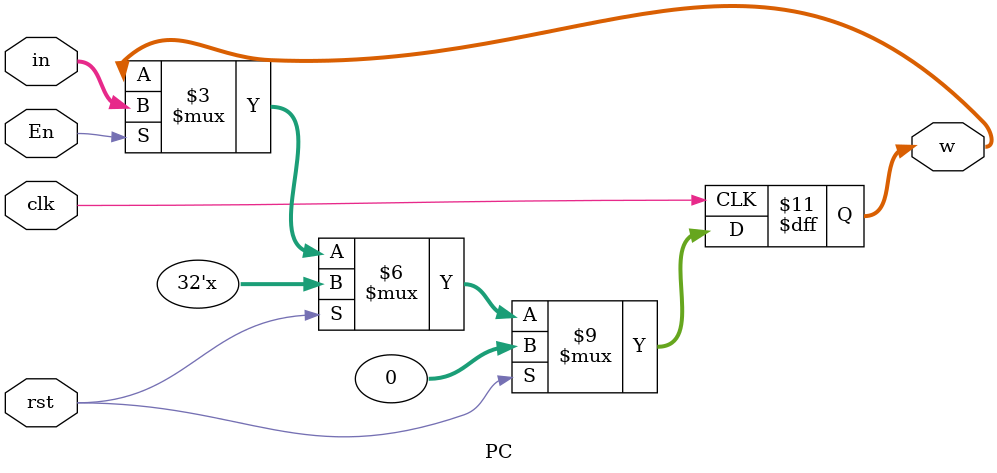
<source format=v>
module PC (clk,in,rst,En,w);
  input clk,rst,En;
  input [31:0] in;
  output reg [31:0] w;
  always @(posedge clk)begin if(rst)w =32'b0; else if(En)  w = in; end
endmodule

</source>
